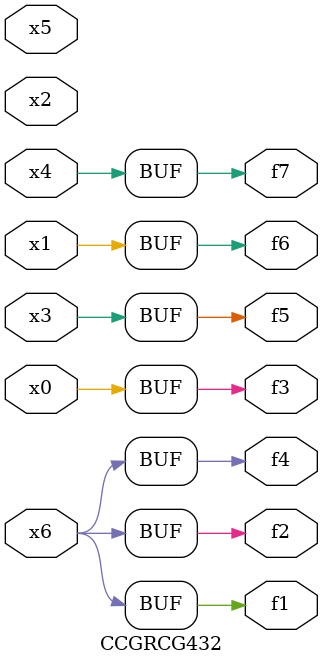
<source format=v>
module CCGRCG432(
	input x0, x1, x2, x3, x4, x5, x6,
	output f1, f2, f3, f4, f5, f6, f7
);
	assign f1 = x6;
	assign f2 = x6;
	assign f3 = x0;
	assign f4 = x6;
	assign f5 = x3;
	assign f6 = x1;
	assign f7 = x4;
endmodule

</source>
